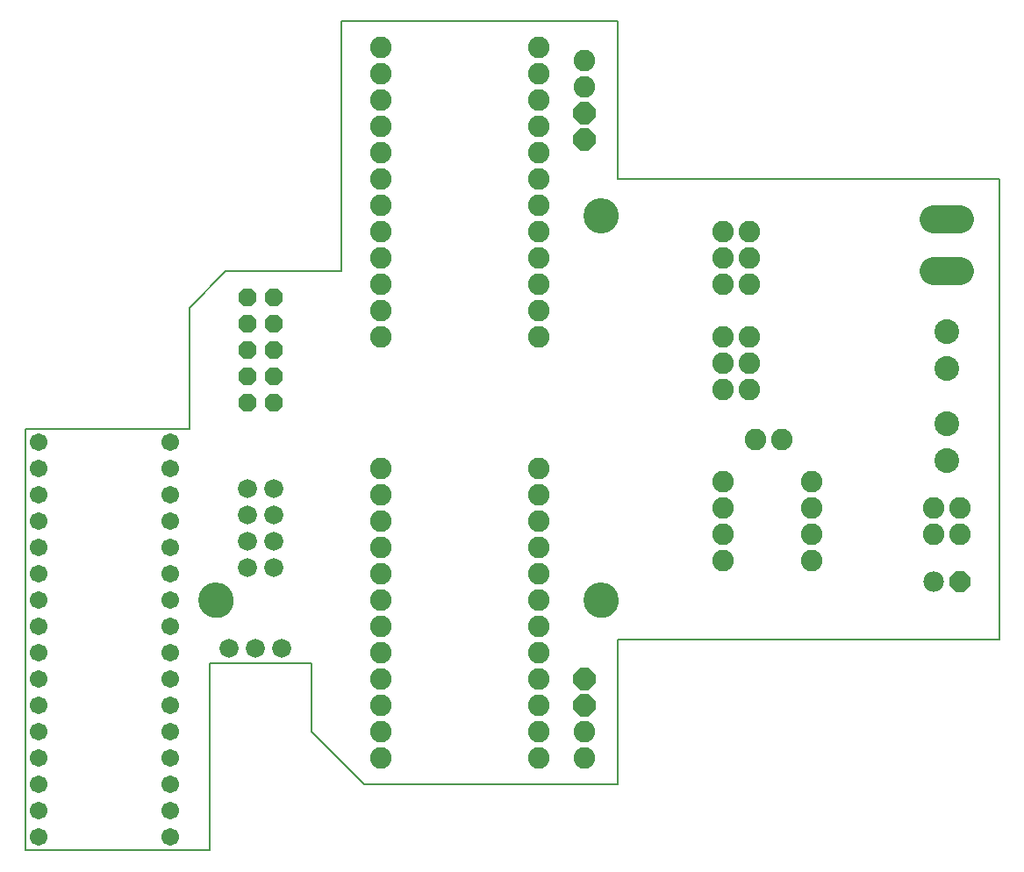
<source format=gts>
G75*
%MOIN*%
%OFA0B0*%
%FSLAX25Y25*%
%IPPOS*%
%LPD*%
%AMOC8*
5,1,8,0,0,1.08239X$1,22.5*
%
%ADD10C,0.00600*%
%ADD11C,0.00000*%
%ADD12C,0.13398*%
%ADD13C,0.06743*%
%ADD14C,0.07200*%
%ADD15OC8,0.06743*%
%ADD16C,0.08200*%
%ADD17C,0.10700*%
%ADD18C,0.09400*%
%ADD19OC8,0.08400*%
%ADD20OC8,0.07800*%
%ADD21C,0.07800*%
D10*
X0003000Y0003000D02*
X0073000Y0003000D01*
X0073000Y0074250D01*
X0111750Y0074250D01*
X0111750Y0048000D01*
X0131750Y0028000D01*
X0228000Y0028000D01*
X0228000Y0083000D01*
X0373000Y0083000D01*
X0373000Y0258000D01*
X0228000Y0258000D01*
X0228000Y0318000D01*
X0123000Y0318000D01*
X0123000Y0223000D01*
X0079250Y0223000D01*
X0065500Y0209250D01*
X0065500Y0163000D01*
X0003000Y0163000D01*
X0003000Y0003000D01*
D11*
X0069201Y0098000D02*
X0069203Y0098158D01*
X0069209Y0098316D01*
X0069219Y0098474D01*
X0069233Y0098632D01*
X0069251Y0098789D01*
X0069272Y0098946D01*
X0069298Y0099102D01*
X0069328Y0099258D01*
X0069361Y0099413D01*
X0069399Y0099566D01*
X0069440Y0099719D01*
X0069485Y0099871D01*
X0069534Y0100022D01*
X0069587Y0100171D01*
X0069643Y0100319D01*
X0069703Y0100465D01*
X0069767Y0100610D01*
X0069835Y0100753D01*
X0069906Y0100895D01*
X0069980Y0101035D01*
X0070058Y0101172D01*
X0070140Y0101308D01*
X0070224Y0101442D01*
X0070313Y0101573D01*
X0070404Y0101702D01*
X0070499Y0101829D01*
X0070596Y0101954D01*
X0070697Y0102076D01*
X0070801Y0102195D01*
X0070908Y0102312D01*
X0071018Y0102426D01*
X0071131Y0102537D01*
X0071246Y0102646D01*
X0071364Y0102751D01*
X0071485Y0102853D01*
X0071608Y0102953D01*
X0071734Y0103049D01*
X0071862Y0103142D01*
X0071992Y0103232D01*
X0072125Y0103318D01*
X0072260Y0103402D01*
X0072396Y0103481D01*
X0072535Y0103558D01*
X0072676Y0103630D01*
X0072818Y0103700D01*
X0072962Y0103765D01*
X0073108Y0103827D01*
X0073255Y0103885D01*
X0073404Y0103940D01*
X0073554Y0103991D01*
X0073705Y0104038D01*
X0073857Y0104081D01*
X0074010Y0104120D01*
X0074165Y0104156D01*
X0074320Y0104187D01*
X0074476Y0104215D01*
X0074632Y0104239D01*
X0074789Y0104259D01*
X0074947Y0104275D01*
X0075104Y0104287D01*
X0075263Y0104295D01*
X0075421Y0104299D01*
X0075579Y0104299D01*
X0075737Y0104295D01*
X0075896Y0104287D01*
X0076053Y0104275D01*
X0076211Y0104259D01*
X0076368Y0104239D01*
X0076524Y0104215D01*
X0076680Y0104187D01*
X0076835Y0104156D01*
X0076990Y0104120D01*
X0077143Y0104081D01*
X0077295Y0104038D01*
X0077446Y0103991D01*
X0077596Y0103940D01*
X0077745Y0103885D01*
X0077892Y0103827D01*
X0078038Y0103765D01*
X0078182Y0103700D01*
X0078324Y0103630D01*
X0078465Y0103558D01*
X0078604Y0103481D01*
X0078740Y0103402D01*
X0078875Y0103318D01*
X0079008Y0103232D01*
X0079138Y0103142D01*
X0079266Y0103049D01*
X0079392Y0102953D01*
X0079515Y0102853D01*
X0079636Y0102751D01*
X0079754Y0102646D01*
X0079869Y0102537D01*
X0079982Y0102426D01*
X0080092Y0102312D01*
X0080199Y0102195D01*
X0080303Y0102076D01*
X0080404Y0101954D01*
X0080501Y0101829D01*
X0080596Y0101702D01*
X0080687Y0101573D01*
X0080776Y0101442D01*
X0080860Y0101308D01*
X0080942Y0101172D01*
X0081020Y0101035D01*
X0081094Y0100895D01*
X0081165Y0100753D01*
X0081233Y0100610D01*
X0081297Y0100465D01*
X0081357Y0100319D01*
X0081413Y0100171D01*
X0081466Y0100022D01*
X0081515Y0099871D01*
X0081560Y0099719D01*
X0081601Y0099566D01*
X0081639Y0099413D01*
X0081672Y0099258D01*
X0081702Y0099102D01*
X0081728Y0098946D01*
X0081749Y0098789D01*
X0081767Y0098632D01*
X0081781Y0098474D01*
X0081791Y0098316D01*
X0081797Y0098158D01*
X0081799Y0098000D01*
X0081797Y0097842D01*
X0081791Y0097684D01*
X0081781Y0097526D01*
X0081767Y0097368D01*
X0081749Y0097211D01*
X0081728Y0097054D01*
X0081702Y0096898D01*
X0081672Y0096742D01*
X0081639Y0096587D01*
X0081601Y0096434D01*
X0081560Y0096281D01*
X0081515Y0096129D01*
X0081466Y0095978D01*
X0081413Y0095829D01*
X0081357Y0095681D01*
X0081297Y0095535D01*
X0081233Y0095390D01*
X0081165Y0095247D01*
X0081094Y0095105D01*
X0081020Y0094965D01*
X0080942Y0094828D01*
X0080860Y0094692D01*
X0080776Y0094558D01*
X0080687Y0094427D01*
X0080596Y0094298D01*
X0080501Y0094171D01*
X0080404Y0094046D01*
X0080303Y0093924D01*
X0080199Y0093805D01*
X0080092Y0093688D01*
X0079982Y0093574D01*
X0079869Y0093463D01*
X0079754Y0093354D01*
X0079636Y0093249D01*
X0079515Y0093147D01*
X0079392Y0093047D01*
X0079266Y0092951D01*
X0079138Y0092858D01*
X0079008Y0092768D01*
X0078875Y0092682D01*
X0078740Y0092598D01*
X0078604Y0092519D01*
X0078465Y0092442D01*
X0078324Y0092370D01*
X0078182Y0092300D01*
X0078038Y0092235D01*
X0077892Y0092173D01*
X0077745Y0092115D01*
X0077596Y0092060D01*
X0077446Y0092009D01*
X0077295Y0091962D01*
X0077143Y0091919D01*
X0076990Y0091880D01*
X0076835Y0091844D01*
X0076680Y0091813D01*
X0076524Y0091785D01*
X0076368Y0091761D01*
X0076211Y0091741D01*
X0076053Y0091725D01*
X0075896Y0091713D01*
X0075737Y0091705D01*
X0075579Y0091701D01*
X0075421Y0091701D01*
X0075263Y0091705D01*
X0075104Y0091713D01*
X0074947Y0091725D01*
X0074789Y0091741D01*
X0074632Y0091761D01*
X0074476Y0091785D01*
X0074320Y0091813D01*
X0074165Y0091844D01*
X0074010Y0091880D01*
X0073857Y0091919D01*
X0073705Y0091962D01*
X0073554Y0092009D01*
X0073404Y0092060D01*
X0073255Y0092115D01*
X0073108Y0092173D01*
X0072962Y0092235D01*
X0072818Y0092300D01*
X0072676Y0092370D01*
X0072535Y0092442D01*
X0072396Y0092519D01*
X0072260Y0092598D01*
X0072125Y0092682D01*
X0071992Y0092768D01*
X0071862Y0092858D01*
X0071734Y0092951D01*
X0071608Y0093047D01*
X0071485Y0093147D01*
X0071364Y0093249D01*
X0071246Y0093354D01*
X0071131Y0093463D01*
X0071018Y0093574D01*
X0070908Y0093688D01*
X0070801Y0093805D01*
X0070697Y0093924D01*
X0070596Y0094046D01*
X0070499Y0094171D01*
X0070404Y0094298D01*
X0070313Y0094427D01*
X0070224Y0094558D01*
X0070140Y0094692D01*
X0070058Y0094828D01*
X0069980Y0094965D01*
X0069906Y0095105D01*
X0069835Y0095247D01*
X0069767Y0095390D01*
X0069703Y0095535D01*
X0069643Y0095681D01*
X0069587Y0095829D01*
X0069534Y0095978D01*
X0069485Y0096129D01*
X0069440Y0096281D01*
X0069399Y0096434D01*
X0069361Y0096587D01*
X0069328Y0096742D01*
X0069298Y0096898D01*
X0069272Y0097054D01*
X0069251Y0097211D01*
X0069233Y0097368D01*
X0069219Y0097526D01*
X0069209Y0097684D01*
X0069203Y0097842D01*
X0069201Y0098000D01*
X0215451Y0098000D02*
X0215453Y0098158D01*
X0215459Y0098316D01*
X0215469Y0098474D01*
X0215483Y0098632D01*
X0215501Y0098789D01*
X0215522Y0098946D01*
X0215548Y0099102D01*
X0215578Y0099258D01*
X0215611Y0099413D01*
X0215649Y0099566D01*
X0215690Y0099719D01*
X0215735Y0099871D01*
X0215784Y0100022D01*
X0215837Y0100171D01*
X0215893Y0100319D01*
X0215953Y0100465D01*
X0216017Y0100610D01*
X0216085Y0100753D01*
X0216156Y0100895D01*
X0216230Y0101035D01*
X0216308Y0101172D01*
X0216390Y0101308D01*
X0216474Y0101442D01*
X0216563Y0101573D01*
X0216654Y0101702D01*
X0216749Y0101829D01*
X0216846Y0101954D01*
X0216947Y0102076D01*
X0217051Y0102195D01*
X0217158Y0102312D01*
X0217268Y0102426D01*
X0217381Y0102537D01*
X0217496Y0102646D01*
X0217614Y0102751D01*
X0217735Y0102853D01*
X0217858Y0102953D01*
X0217984Y0103049D01*
X0218112Y0103142D01*
X0218242Y0103232D01*
X0218375Y0103318D01*
X0218510Y0103402D01*
X0218646Y0103481D01*
X0218785Y0103558D01*
X0218926Y0103630D01*
X0219068Y0103700D01*
X0219212Y0103765D01*
X0219358Y0103827D01*
X0219505Y0103885D01*
X0219654Y0103940D01*
X0219804Y0103991D01*
X0219955Y0104038D01*
X0220107Y0104081D01*
X0220260Y0104120D01*
X0220415Y0104156D01*
X0220570Y0104187D01*
X0220726Y0104215D01*
X0220882Y0104239D01*
X0221039Y0104259D01*
X0221197Y0104275D01*
X0221354Y0104287D01*
X0221513Y0104295D01*
X0221671Y0104299D01*
X0221829Y0104299D01*
X0221987Y0104295D01*
X0222146Y0104287D01*
X0222303Y0104275D01*
X0222461Y0104259D01*
X0222618Y0104239D01*
X0222774Y0104215D01*
X0222930Y0104187D01*
X0223085Y0104156D01*
X0223240Y0104120D01*
X0223393Y0104081D01*
X0223545Y0104038D01*
X0223696Y0103991D01*
X0223846Y0103940D01*
X0223995Y0103885D01*
X0224142Y0103827D01*
X0224288Y0103765D01*
X0224432Y0103700D01*
X0224574Y0103630D01*
X0224715Y0103558D01*
X0224854Y0103481D01*
X0224990Y0103402D01*
X0225125Y0103318D01*
X0225258Y0103232D01*
X0225388Y0103142D01*
X0225516Y0103049D01*
X0225642Y0102953D01*
X0225765Y0102853D01*
X0225886Y0102751D01*
X0226004Y0102646D01*
X0226119Y0102537D01*
X0226232Y0102426D01*
X0226342Y0102312D01*
X0226449Y0102195D01*
X0226553Y0102076D01*
X0226654Y0101954D01*
X0226751Y0101829D01*
X0226846Y0101702D01*
X0226937Y0101573D01*
X0227026Y0101442D01*
X0227110Y0101308D01*
X0227192Y0101172D01*
X0227270Y0101035D01*
X0227344Y0100895D01*
X0227415Y0100753D01*
X0227483Y0100610D01*
X0227547Y0100465D01*
X0227607Y0100319D01*
X0227663Y0100171D01*
X0227716Y0100022D01*
X0227765Y0099871D01*
X0227810Y0099719D01*
X0227851Y0099566D01*
X0227889Y0099413D01*
X0227922Y0099258D01*
X0227952Y0099102D01*
X0227978Y0098946D01*
X0227999Y0098789D01*
X0228017Y0098632D01*
X0228031Y0098474D01*
X0228041Y0098316D01*
X0228047Y0098158D01*
X0228049Y0098000D01*
X0228047Y0097842D01*
X0228041Y0097684D01*
X0228031Y0097526D01*
X0228017Y0097368D01*
X0227999Y0097211D01*
X0227978Y0097054D01*
X0227952Y0096898D01*
X0227922Y0096742D01*
X0227889Y0096587D01*
X0227851Y0096434D01*
X0227810Y0096281D01*
X0227765Y0096129D01*
X0227716Y0095978D01*
X0227663Y0095829D01*
X0227607Y0095681D01*
X0227547Y0095535D01*
X0227483Y0095390D01*
X0227415Y0095247D01*
X0227344Y0095105D01*
X0227270Y0094965D01*
X0227192Y0094828D01*
X0227110Y0094692D01*
X0227026Y0094558D01*
X0226937Y0094427D01*
X0226846Y0094298D01*
X0226751Y0094171D01*
X0226654Y0094046D01*
X0226553Y0093924D01*
X0226449Y0093805D01*
X0226342Y0093688D01*
X0226232Y0093574D01*
X0226119Y0093463D01*
X0226004Y0093354D01*
X0225886Y0093249D01*
X0225765Y0093147D01*
X0225642Y0093047D01*
X0225516Y0092951D01*
X0225388Y0092858D01*
X0225258Y0092768D01*
X0225125Y0092682D01*
X0224990Y0092598D01*
X0224854Y0092519D01*
X0224715Y0092442D01*
X0224574Y0092370D01*
X0224432Y0092300D01*
X0224288Y0092235D01*
X0224142Y0092173D01*
X0223995Y0092115D01*
X0223846Y0092060D01*
X0223696Y0092009D01*
X0223545Y0091962D01*
X0223393Y0091919D01*
X0223240Y0091880D01*
X0223085Y0091844D01*
X0222930Y0091813D01*
X0222774Y0091785D01*
X0222618Y0091761D01*
X0222461Y0091741D01*
X0222303Y0091725D01*
X0222146Y0091713D01*
X0221987Y0091705D01*
X0221829Y0091701D01*
X0221671Y0091701D01*
X0221513Y0091705D01*
X0221354Y0091713D01*
X0221197Y0091725D01*
X0221039Y0091741D01*
X0220882Y0091761D01*
X0220726Y0091785D01*
X0220570Y0091813D01*
X0220415Y0091844D01*
X0220260Y0091880D01*
X0220107Y0091919D01*
X0219955Y0091962D01*
X0219804Y0092009D01*
X0219654Y0092060D01*
X0219505Y0092115D01*
X0219358Y0092173D01*
X0219212Y0092235D01*
X0219068Y0092300D01*
X0218926Y0092370D01*
X0218785Y0092442D01*
X0218646Y0092519D01*
X0218510Y0092598D01*
X0218375Y0092682D01*
X0218242Y0092768D01*
X0218112Y0092858D01*
X0217984Y0092951D01*
X0217858Y0093047D01*
X0217735Y0093147D01*
X0217614Y0093249D01*
X0217496Y0093354D01*
X0217381Y0093463D01*
X0217268Y0093574D01*
X0217158Y0093688D01*
X0217051Y0093805D01*
X0216947Y0093924D01*
X0216846Y0094046D01*
X0216749Y0094171D01*
X0216654Y0094298D01*
X0216563Y0094427D01*
X0216474Y0094558D01*
X0216390Y0094692D01*
X0216308Y0094828D01*
X0216230Y0094965D01*
X0216156Y0095105D01*
X0216085Y0095247D01*
X0216017Y0095390D01*
X0215953Y0095535D01*
X0215893Y0095681D01*
X0215837Y0095829D01*
X0215784Y0095978D01*
X0215735Y0096129D01*
X0215690Y0096281D01*
X0215649Y0096434D01*
X0215611Y0096587D01*
X0215578Y0096742D01*
X0215548Y0096898D01*
X0215522Y0097054D01*
X0215501Y0097211D01*
X0215483Y0097368D01*
X0215469Y0097526D01*
X0215459Y0097684D01*
X0215453Y0097842D01*
X0215451Y0098000D01*
X0215451Y0244250D02*
X0215453Y0244408D01*
X0215459Y0244566D01*
X0215469Y0244724D01*
X0215483Y0244882D01*
X0215501Y0245039D01*
X0215522Y0245196D01*
X0215548Y0245352D01*
X0215578Y0245508D01*
X0215611Y0245663D01*
X0215649Y0245816D01*
X0215690Y0245969D01*
X0215735Y0246121D01*
X0215784Y0246272D01*
X0215837Y0246421D01*
X0215893Y0246569D01*
X0215953Y0246715D01*
X0216017Y0246860D01*
X0216085Y0247003D01*
X0216156Y0247145D01*
X0216230Y0247285D01*
X0216308Y0247422D01*
X0216390Y0247558D01*
X0216474Y0247692D01*
X0216563Y0247823D01*
X0216654Y0247952D01*
X0216749Y0248079D01*
X0216846Y0248204D01*
X0216947Y0248326D01*
X0217051Y0248445D01*
X0217158Y0248562D01*
X0217268Y0248676D01*
X0217381Y0248787D01*
X0217496Y0248896D01*
X0217614Y0249001D01*
X0217735Y0249103D01*
X0217858Y0249203D01*
X0217984Y0249299D01*
X0218112Y0249392D01*
X0218242Y0249482D01*
X0218375Y0249568D01*
X0218510Y0249652D01*
X0218646Y0249731D01*
X0218785Y0249808D01*
X0218926Y0249880D01*
X0219068Y0249950D01*
X0219212Y0250015D01*
X0219358Y0250077D01*
X0219505Y0250135D01*
X0219654Y0250190D01*
X0219804Y0250241D01*
X0219955Y0250288D01*
X0220107Y0250331D01*
X0220260Y0250370D01*
X0220415Y0250406D01*
X0220570Y0250437D01*
X0220726Y0250465D01*
X0220882Y0250489D01*
X0221039Y0250509D01*
X0221197Y0250525D01*
X0221354Y0250537D01*
X0221513Y0250545D01*
X0221671Y0250549D01*
X0221829Y0250549D01*
X0221987Y0250545D01*
X0222146Y0250537D01*
X0222303Y0250525D01*
X0222461Y0250509D01*
X0222618Y0250489D01*
X0222774Y0250465D01*
X0222930Y0250437D01*
X0223085Y0250406D01*
X0223240Y0250370D01*
X0223393Y0250331D01*
X0223545Y0250288D01*
X0223696Y0250241D01*
X0223846Y0250190D01*
X0223995Y0250135D01*
X0224142Y0250077D01*
X0224288Y0250015D01*
X0224432Y0249950D01*
X0224574Y0249880D01*
X0224715Y0249808D01*
X0224854Y0249731D01*
X0224990Y0249652D01*
X0225125Y0249568D01*
X0225258Y0249482D01*
X0225388Y0249392D01*
X0225516Y0249299D01*
X0225642Y0249203D01*
X0225765Y0249103D01*
X0225886Y0249001D01*
X0226004Y0248896D01*
X0226119Y0248787D01*
X0226232Y0248676D01*
X0226342Y0248562D01*
X0226449Y0248445D01*
X0226553Y0248326D01*
X0226654Y0248204D01*
X0226751Y0248079D01*
X0226846Y0247952D01*
X0226937Y0247823D01*
X0227026Y0247692D01*
X0227110Y0247558D01*
X0227192Y0247422D01*
X0227270Y0247285D01*
X0227344Y0247145D01*
X0227415Y0247003D01*
X0227483Y0246860D01*
X0227547Y0246715D01*
X0227607Y0246569D01*
X0227663Y0246421D01*
X0227716Y0246272D01*
X0227765Y0246121D01*
X0227810Y0245969D01*
X0227851Y0245816D01*
X0227889Y0245663D01*
X0227922Y0245508D01*
X0227952Y0245352D01*
X0227978Y0245196D01*
X0227999Y0245039D01*
X0228017Y0244882D01*
X0228031Y0244724D01*
X0228041Y0244566D01*
X0228047Y0244408D01*
X0228049Y0244250D01*
X0228047Y0244092D01*
X0228041Y0243934D01*
X0228031Y0243776D01*
X0228017Y0243618D01*
X0227999Y0243461D01*
X0227978Y0243304D01*
X0227952Y0243148D01*
X0227922Y0242992D01*
X0227889Y0242837D01*
X0227851Y0242684D01*
X0227810Y0242531D01*
X0227765Y0242379D01*
X0227716Y0242228D01*
X0227663Y0242079D01*
X0227607Y0241931D01*
X0227547Y0241785D01*
X0227483Y0241640D01*
X0227415Y0241497D01*
X0227344Y0241355D01*
X0227270Y0241215D01*
X0227192Y0241078D01*
X0227110Y0240942D01*
X0227026Y0240808D01*
X0226937Y0240677D01*
X0226846Y0240548D01*
X0226751Y0240421D01*
X0226654Y0240296D01*
X0226553Y0240174D01*
X0226449Y0240055D01*
X0226342Y0239938D01*
X0226232Y0239824D01*
X0226119Y0239713D01*
X0226004Y0239604D01*
X0225886Y0239499D01*
X0225765Y0239397D01*
X0225642Y0239297D01*
X0225516Y0239201D01*
X0225388Y0239108D01*
X0225258Y0239018D01*
X0225125Y0238932D01*
X0224990Y0238848D01*
X0224854Y0238769D01*
X0224715Y0238692D01*
X0224574Y0238620D01*
X0224432Y0238550D01*
X0224288Y0238485D01*
X0224142Y0238423D01*
X0223995Y0238365D01*
X0223846Y0238310D01*
X0223696Y0238259D01*
X0223545Y0238212D01*
X0223393Y0238169D01*
X0223240Y0238130D01*
X0223085Y0238094D01*
X0222930Y0238063D01*
X0222774Y0238035D01*
X0222618Y0238011D01*
X0222461Y0237991D01*
X0222303Y0237975D01*
X0222146Y0237963D01*
X0221987Y0237955D01*
X0221829Y0237951D01*
X0221671Y0237951D01*
X0221513Y0237955D01*
X0221354Y0237963D01*
X0221197Y0237975D01*
X0221039Y0237991D01*
X0220882Y0238011D01*
X0220726Y0238035D01*
X0220570Y0238063D01*
X0220415Y0238094D01*
X0220260Y0238130D01*
X0220107Y0238169D01*
X0219955Y0238212D01*
X0219804Y0238259D01*
X0219654Y0238310D01*
X0219505Y0238365D01*
X0219358Y0238423D01*
X0219212Y0238485D01*
X0219068Y0238550D01*
X0218926Y0238620D01*
X0218785Y0238692D01*
X0218646Y0238769D01*
X0218510Y0238848D01*
X0218375Y0238932D01*
X0218242Y0239018D01*
X0218112Y0239108D01*
X0217984Y0239201D01*
X0217858Y0239297D01*
X0217735Y0239397D01*
X0217614Y0239499D01*
X0217496Y0239604D01*
X0217381Y0239713D01*
X0217268Y0239824D01*
X0217158Y0239938D01*
X0217051Y0240055D01*
X0216947Y0240174D01*
X0216846Y0240296D01*
X0216749Y0240421D01*
X0216654Y0240548D01*
X0216563Y0240677D01*
X0216474Y0240808D01*
X0216390Y0240942D01*
X0216308Y0241078D01*
X0216230Y0241215D01*
X0216156Y0241355D01*
X0216085Y0241497D01*
X0216017Y0241640D01*
X0215953Y0241785D01*
X0215893Y0241931D01*
X0215837Y0242079D01*
X0215784Y0242228D01*
X0215735Y0242379D01*
X0215690Y0242531D01*
X0215649Y0242684D01*
X0215611Y0242837D01*
X0215578Y0242992D01*
X0215548Y0243148D01*
X0215522Y0243304D01*
X0215501Y0243461D01*
X0215483Y0243618D01*
X0215469Y0243776D01*
X0215459Y0243934D01*
X0215453Y0244092D01*
X0215451Y0244250D01*
D12*
X0221750Y0244250D03*
X0221750Y0098000D03*
X0075500Y0098000D03*
D13*
X0058000Y0098000D03*
X0058000Y0088000D03*
X0058000Y0078000D03*
X0058000Y0068000D03*
X0058000Y0058000D03*
X0058000Y0048000D03*
X0058000Y0038000D03*
X0058000Y0028000D03*
X0058000Y0018000D03*
X0058000Y0008000D03*
X0008000Y0008000D03*
X0008000Y0018000D03*
X0008000Y0028000D03*
X0008000Y0038000D03*
X0008000Y0048000D03*
X0008000Y0058000D03*
X0008000Y0068000D03*
X0008000Y0078000D03*
X0008000Y0088000D03*
X0008000Y0098000D03*
X0008000Y0108000D03*
X0008000Y0118000D03*
X0008000Y0128000D03*
X0008000Y0138000D03*
X0008000Y0148000D03*
X0008000Y0158000D03*
X0058000Y0158000D03*
X0058000Y0148000D03*
X0058000Y0138000D03*
X0058000Y0128000D03*
X0058000Y0118000D03*
X0058000Y0108000D03*
D14*
X0087375Y0110500D03*
X0097375Y0110500D03*
X0097375Y0120500D03*
X0087375Y0120500D03*
X0087375Y0130500D03*
X0097375Y0130500D03*
X0097375Y0140500D03*
X0087375Y0140500D03*
X0090500Y0079875D03*
X0080500Y0079875D03*
X0100500Y0079875D03*
D15*
X0097375Y0173000D03*
X0087375Y0173000D03*
X0087375Y0183000D03*
X0097375Y0183000D03*
X0097375Y0193000D03*
X0087375Y0193000D03*
X0087375Y0203000D03*
X0097375Y0203000D03*
X0097375Y0213000D03*
X0087375Y0213000D03*
D16*
X0138000Y0208000D03*
X0138000Y0198000D03*
X0138000Y0218000D03*
X0138000Y0228000D03*
X0138000Y0238000D03*
X0138000Y0248000D03*
X0138000Y0258000D03*
X0138000Y0268000D03*
X0138000Y0278000D03*
X0138000Y0288000D03*
X0138000Y0298000D03*
X0138000Y0308000D03*
X0198000Y0308000D03*
X0198000Y0298000D03*
X0198000Y0288000D03*
X0198000Y0278000D03*
X0198000Y0268000D03*
X0198000Y0258000D03*
X0198000Y0248000D03*
X0198000Y0238000D03*
X0198000Y0228000D03*
X0198000Y0218000D03*
X0198000Y0208000D03*
X0198000Y0198000D03*
X0198000Y0148000D03*
X0198000Y0138000D03*
X0198000Y0128000D03*
X0198000Y0118000D03*
X0198000Y0108000D03*
X0198000Y0098000D03*
X0198000Y0088000D03*
X0198000Y0078000D03*
X0198000Y0068000D03*
X0198000Y0058000D03*
X0198000Y0048000D03*
X0198000Y0038000D03*
X0215500Y0038000D03*
X0215500Y0048000D03*
X0138000Y0048000D03*
X0138000Y0038000D03*
X0138000Y0058000D03*
X0138000Y0068000D03*
X0138000Y0078000D03*
X0138000Y0088000D03*
X0138000Y0098000D03*
X0138000Y0108000D03*
X0138000Y0118000D03*
X0138000Y0128000D03*
X0138000Y0138000D03*
X0138000Y0148000D03*
X0268000Y0143000D03*
X0268000Y0133000D03*
X0268000Y0123000D03*
X0268000Y0113000D03*
X0301750Y0113000D03*
X0301750Y0123000D03*
X0301750Y0133000D03*
X0301750Y0143000D03*
X0290500Y0159250D03*
X0280500Y0159250D03*
X0278000Y0178000D03*
X0268000Y0178000D03*
X0268000Y0188000D03*
X0278000Y0188000D03*
X0278000Y0198000D03*
X0268000Y0198000D03*
X0268000Y0218000D03*
X0278000Y0218000D03*
X0278000Y0228000D03*
X0268000Y0228000D03*
X0268000Y0238000D03*
X0278000Y0238000D03*
X0215500Y0293000D03*
X0215500Y0303000D03*
X0348000Y0133000D03*
X0358000Y0133000D03*
X0358000Y0123000D03*
X0348000Y0123000D03*
D17*
X0348050Y0223157D02*
X0357950Y0223157D01*
X0357950Y0242843D02*
X0348050Y0242843D01*
D18*
X0353000Y0200087D03*
X0353000Y0186307D03*
X0353000Y0165087D03*
X0353000Y0151307D03*
D19*
X0215500Y0068000D03*
X0215500Y0058000D03*
X0215500Y0273000D03*
X0215500Y0283000D03*
D20*
X0358000Y0105000D03*
D21*
X0348000Y0105000D03*
M02*

</source>
